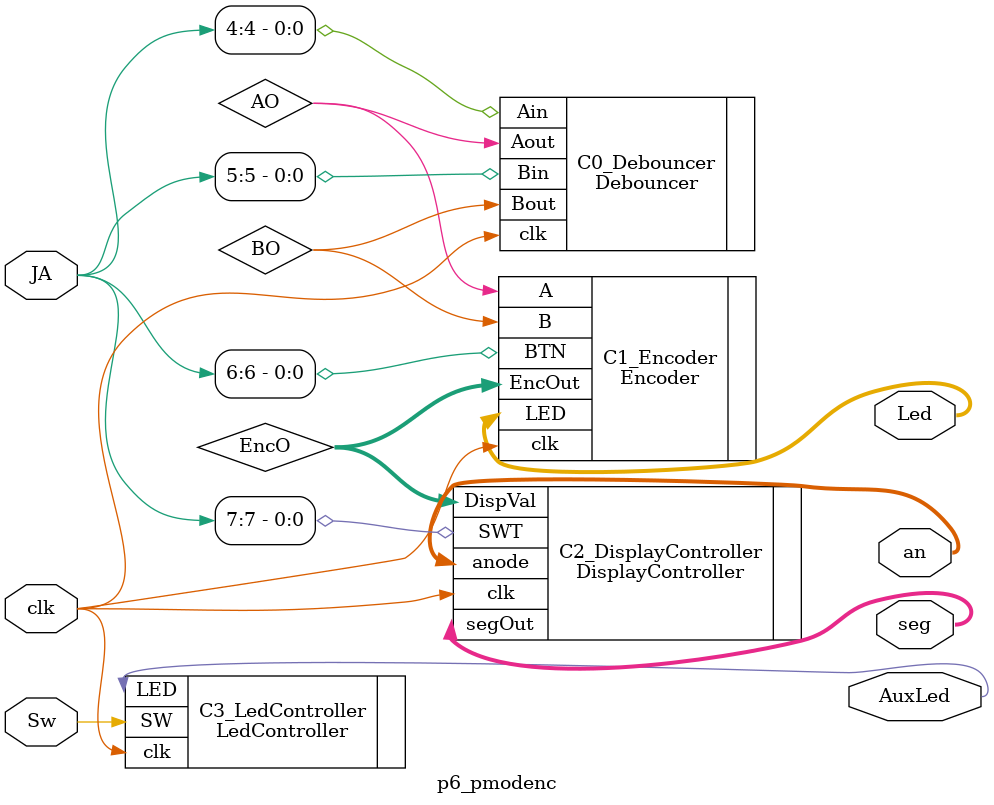
<source format=v>
`timescale 1ns / 1ps
module p6_pmodenc(
    clk,
    JA,
    an,
    seg,
    Led,
	 AuxLed,
	 Sw
    );
	 // ===========================================================================
	 // 										Port Declarations
	 // ===========================================================================
    input clk;
	 input Sw;
    input [7:4] JA;
    output [3:0] an;
    output [6:0] seg;
    output AuxLed;
	 output [1:0] Led;

	 // ===========================================================================
	 // 							  Parameters, Regsiters, and Wires
	 // ===========================================================================
	 wire [3:0] an;
	 wire [6:0] seg;
	 wire [1:0] Led;
	 wire [4:0] EncO;
	 
	 // ===========================================================================
	 // 										Implementation
	 // ===========================================================================
	 LedController C3_LedController (
					.clk(clk),
					.LED(AuxLed),
					.SW(Sw)
	 );

	 Debouncer C0_Debouncer (
				  .clk(clk),
				  .Ain(JA[4]),
				  .Bin(JA[5]),
				  .Aout(AO),
				  .Bout(BO)
	 );
	 
 	 Encoder C1_Encoder (
				  .clk(clk),
				  .A(AO),
				  .B(BO),
				  .BTN(JA[6]),
				  .EncOut(EncO),
				  .LED(Led)
	 );

 	 DisplayController C2_DisplayController (
				  .clk(clk),
				  .SWT(JA[7]),
				  .DispVal(EncO),
				  .anode(an),
				  .segOut(seg)
	 );

endmodule

</source>
